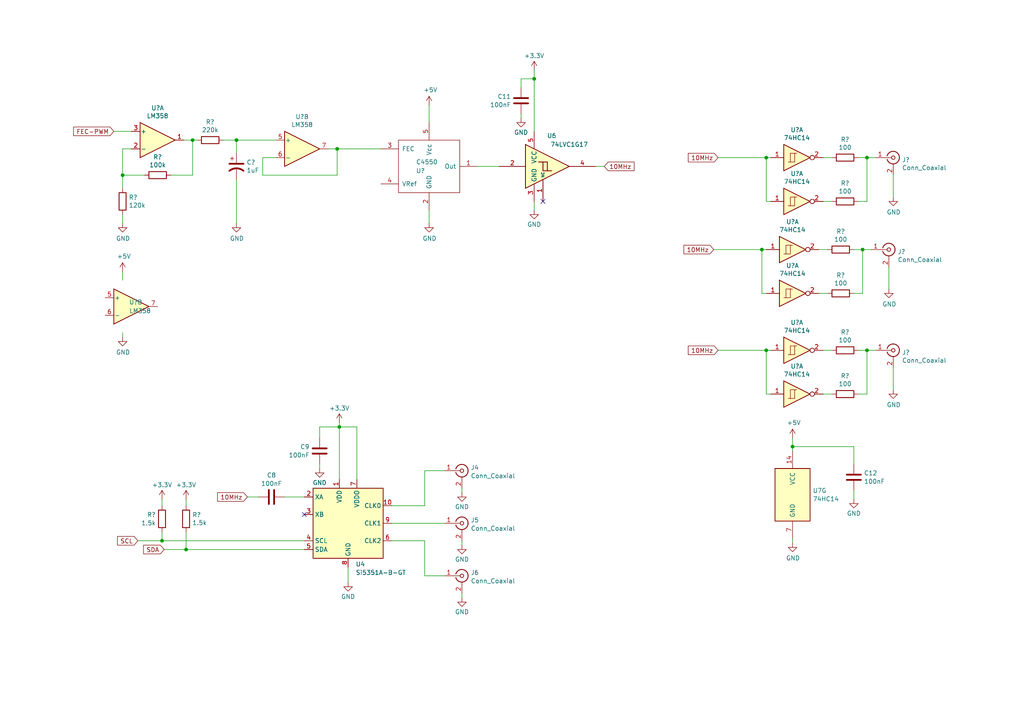
<source format=kicad_sch>
(kicad_sch (version 20230121) (generator eeschema)
  (paper "A4")
  (lib_symbols
    (symbol "74xGxx:74LVC1G17"
      (property "Reference" "U" (at 2.54 7.62 0))
      (property "Value" "74LVC1G17" (at 5.08 -7.62 0))
      (symbol "74LVC1G17_0_1"
        (polyline (pts (xy -2.54 1.27) (xy -1.27 1.27) (xy -1.27 -1.27)) (stroke (width 0.254)) (fill (type background)))
        (polyline (pts (xy -7.62 6.35) (xy -7.62 -6.35) (xy 5.08 0) (xy -7.62 6.35)) (stroke (width 0.254)) (fill (type background)))
        (polyline (pts (xy -3.81 1.27) (xy -2.54 1.27) (xy -2.54 -1.27) (xy 0 -1.27)) (stroke (width 0.254)) (fill (type background)))
      )
      (symbol "74LVC1G17_1_1"
        (pin free line (at -2.54 -10.16 90) (length 6.35) (name "NC") (number "1"))
        (pin input line (at -15.24 0 0) (length 7.62) (name "~") (number "2"))
        (pin power_in line (at -5.08 -10.16 90) (length 5.08) (name "GND") (number "3"))
        (pin output line (at 12.7 0 180) (length 7.62) (name "~") (number "4"))
        (pin power_in line (at -5.08 10.16 270) (length 5.08) (name "VCC") (number "5"))
      )
    )
    (symbol "74xx:74HC14" (pin_names (offset 1.016))
      (property "Reference" "U" (at 0 1.27 0))
      (property "Value" "74HC14" (at 0 -1.27 0))
      (symbol "74HC14_1_0"
        (polyline (pts (xy -3.81 3.81) (xy -3.81 -3.81) (xy 3.81 0) (xy -3.81 3.81)) (stroke (width 0.254)) (fill (type background)))
        (pin input line (at -7.62 0 0) (length 3.81) (name "~") (number "1"))
        (pin output inverted (at 7.62 0 180) (length 3.81) (name "~") (number "2"))
      )
      (symbol "74HC14_1_1"
        (polyline (pts (xy -1.905 -1.27) (xy -1.905 1.27) (xy -0.635 1.27)))
        (polyline (pts (xy -2.54 -1.27) (xy -0.635 -1.27) (xy -0.635 1.27) (xy 0 1.27)))
      )
      (symbol "74HC14_2_0"
        (polyline (pts (xy -3.81 3.81) (xy -3.81 -3.81) (xy 3.81 0) (xy -3.81 3.81)) (stroke (width 0.254)) (fill (type background)))
        (pin input line (at -7.62 0 0) (length 3.81) (name "~") (number "3"))
        (pin output inverted (at 7.62 0 180) (length 3.81) (name "~") (number "4"))
      )
      (symbol "74HC14_2_1"
        (polyline (pts (xy -1.905 -1.27) (xy -1.905 1.27) (xy -0.635 1.27)))
        (polyline (pts (xy -2.54 -1.27) (xy -0.635 -1.27) (xy -0.635 1.27) (xy 0 1.27)))
      )
      (symbol "74HC14_3_0"
        (polyline (pts (xy -3.81 3.81) (xy -3.81 -3.81) (xy 3.81 0) (xy -3.81 3.81)) (stroke (width 0.254)) (fill (type background)))
        (pin input line (at -7.62 0 0) (length 3.81) (name "~") (number "5"))
        (pin output inverted (at 7.62 0 180) (length 3.81) (name "~") (number "6"))
      )
      (symbol "74HC14_3_1"
        (polyline (pts (xy -1.905 -1.27) (xy -1.905 1.27) (xy -0.635 1.27)))
        (polyline (pts (xy -2.54 -1.27) (xy -0.635 -1.27) (xy -0.635 1.27) (xy 0 1.27)))
      )
      (symbol "74HC14_4_0"
        (polyline (pts (xy -3.81 3.81) (xy -3.81 -3.81) (xy 3.81 0) (xy -3.81 3.81)) (stroke (width 0.254)) (fill (type background)))
        (pin output inverted (at 7.62 0 180) (length 3.81) (name "~") (number "8"))
        (pin input line (at -7.62 0 0) (length 3.81) (name "~") (number "9"))
      )
      (symbol "74HC14_4_1"
        (polyline (pts (xy -1.905 -1.27) (xy -1.905 1.27) (xy -0.635 1.27)))
        (polyline (pts (xy -2.54 -1.27) (xy -0.635 -1.27) (xy -0.635 1.27) (xy 0 1.27)))
      )
      (symbol "74HC14_5_0"
        (polyline (pts (xy -3.81 3.81) (xy -3.81 -3.81) (xy 3.81 0) (xy -3.81 3.81)) (stroke (width 0.254)) (fill (type background)))
        (pin output inverted (at 7.62 0 180) (length 3.81) (name "~") (number "10"))
        (pin input line (at -7.62 0 0) (length 3.81) (name "~") (number "11"))
      )
      (symbol "74HC14_5_1"
        (polyline (pts (xy -1.905 -1.27) (xy -1.905 1.27) (xy -0.635 1.27)))
        (polyline (pts (xy -2.54 -1.27) (xy -0.635 -1.27) (xy -0.635 1.27) (xy 0 1.27)))
      )
      (symbol "74HC14_6_0"
        (polyline (pts (xy -3.81 3.81) (xy -3.81 -3.81) (xy 3.81 0) (xy -3.81 3.81)) (stroke (width 0.254)) (fill (type background)))
        (pin output inverted (at 7.62 0 180) (length 3.81) (name "~") (number "12"))
        (pin input line (at -7.62 0 0) (length 3.81) (name "~") (number "13"))
      )
      (symbol "74HC14_6_1"
        (polyline (pts (xy -1.905 -1.27) (xy -1.905 1.27) (xy -0.635 1.27)))
        (polyline (pts (xy -2.54 -1.27) (xy -0.635 -1.27) (xy -0.635 1.27) (xy 0 1.27)))
      )
      (symbol "74HC14_7_0"
        (pin power_in line (at 0 12.7 270) (length 5.08) (name "VCC") (number "14"))
        (pin power_in line (at 0 -12.7 90) (length 5.08) (name "GND") (number "7"))
      )
      (symbol "74HC14_7_1"
        (rectangle (start -5.08 7.62) (end 5.08 -7.62) (stroke (width 0.254)) (fill (type background)))
      )
    )
    (symbol "Amplifier_Operational:LM358" (pin_names (offset 0.127))
      (property "Reference" "U" (at 0 5.08 0))
      (property "Value" "LM358" (at 0 -5.08 0))
      (symbol "LM358_1_1"
        (polyline (pts (xy -5.08 5.08) (xy 5.08 0) (xy -5.08 -5.08) (xy -5.08 5.08)) (stroke (width 0.254)) (fill (type background)))
        (pin output line (at 7.62 0 180) (length 2.54) (name "~") (number "1"))
        (pin input line (at -7.62 -2.54 0) (length 2.54) (name "-") (number "2"))
        (pin input line (at -7.62 2.54 0) (length 2.54) (name "+") (number "3"))
      )
      (symbol "LM358_2_1"
        (polyline (pts (xy -5.08 5.08) (xy 5.08 0) (xy -5.08 -5.08) (xy -5.08 5.08)) (stroke (width 0.254)) (fill (type background)))
        (pin input line (at -7.62 2.54 0) (length 2.54) (name "+") (number "5"))
        (pin input line (at -7.62 -2.54 0) (length 2.54) (name "-") (number "6"))
        (pin output line (at 7.62 0 180) (length 2.54) (name "~") (number "7"))
      )
      (symbol "LM358_3_1"
        (pin power_in line (at -2.54 -7.62 90) (length 3.81) (name "V-") (number "4"))
        (pin power_in line (at -2.54 7.62 270) (length 3.81) (name "V+") (number "8"))
      )
    )
    (symbol "Connector:Conn_Coaxial" (pin_names (offset 1.016) hide)
      (property "Reference" "J" (at 0.254 3.048 0))
      (property "Value" "Conn_Coaxial" (at 2.921 0 90))
      (symbol "Conn_Coaxial_0_1"
        (arc (start -1.778 -0.508) (mid 0.2311 -1.8066) (end 1.778 0) (stroke (width 0.254)))
        (polyline (pts (xy -2.54 0) (xy -0.508 0)))
        (polyline (pts (xy 0 -2.54) (xy 0 -1.778)))
        (circle (center 0 0) (radius 0.508) (stroke (width 0.2032)))
        (arc (start 1.778 0) (mid 0.2099 1.8101) (end -1.778 0.508) (stroke (width 0.254)))
      )
      (symbol "Conn_Coaxial_1_1"
        (pin passive line (at -5.08 0 0) (length 2.54) (name "In") (number "1"))
        (pin passive line (at 0 -5.08 90) (length 2.54) (name "Ext") (number "2"))
      )
    )
    (symbol "Device:C" (pin_numbers hide) (pin_names (offset 0.254))
      (property "Reference" "C" (at 0.635 2.54 0))
      (property "Value" "C" (at 0.635 -2.54 0))
      (symbol "C_0_1"
        (polyline (pts (xy -2.032 -0.762) (xy 2.032 -0.762)) (stroke (width 0.508)))
        (polyline (pts (xy -2.032 0.762) (xy 2.032 0.762)) (stroke (width 0.508)))
      )
      (symbol "C_1_1"
        (pin passive line (at 0 3.81 270) (length 2.794) (name "~") (number "1"))
        (pin passive line (at 0 -3.81 90) (length 2.794) (name "~") (number "2"))
      )
    )
    (symbol "Device:R" (pin_numbers hide) (pin_names (offset 0))
      (property "Reference" "R" (at 2.032 0 90))
      (property "Value" "R" (at 0 0 90))
      (symbol "R_0_1"
        (rectangle (start -1.016 -2.54) (end 1.016 2.54) (stroke (width 0.254)))
      )
      (symbol "R_1_1"
        (pin passive line (at 0 3.81 270) (length 1.27) (name "~") (number "1"))
        (pin passive line (at 0 -3.81 90) (length 1.27) (name "~") (number "2"))
      )
    )
    (symbol "Oscillator:Si5351A-B-GT"
      (property "Reference" "U" (at -8.89 11.43 0))
      (property "Value" "Si5351A-B-GT" (at -12.7 -12.7 0))
      (symbol "Si5351A-B-GT_0_1"
        (rectangle (start -10.16 10.16) (end 10.16 -10.16) (stroke (width 0.254)) (fill (type background)))
      )
      (symbol "Si5351A-B-GT_1_1"
        (pin power_in line (at -2.54 12.7 270) (length 2.54) (name "VDD") (number "1"))
        (pin output line (at 12.7 5.08 180) (length 2.54) (name "CLK0") (number "10"))
        (pin input line (at -12.7 7.62 0) (length 2.54) (name "XA") (number "2"))
        (pin input line (at -12.7 2.54 0) (length 2.54) (name "XB") (number "3"))
        (pin input line (at -12.7 -5.08 0) (length 2.54) (name "SCL") (number "4"))
        (pin bidirectional line (at -12.7 -7.62 0) (length 2.54) (name "SDA") (number "5"))
        (pin output line (at 12.7 -5.08 180) (length 2.54) (name "CLK2") (number "6"))
        (pin power_in line (at 2.54 12.7 270) (length 2.54) (name "VDDO") (number "7"))
        (pin power_in line (at 0 -12.7 90) (length 2.54) (name "GND") (number "8"))
        (pin output line (at 12.7 0 180) (length 2.54) (name "CLK1") (number "9"))
      )
    )
    (symbol "c4550:C4550" (pin_names (offset 1.016))
      (property "Reference" "U" (at 0 -1.27 0))
      (property "Value" "C4550" (at 0 1.27 0))
      (symbol "C4550_0_1"
        (rectangle (start 8.89 7.62) (end -8.89 -7.62))
      )
      (symbol "C4550_1_1"
        (pin output line (at 13.97 0 180) (length 5.08) (name "Out") (number "1"))
        (pin power_in line (at 0 -12.7 90) (length 5.08) (name "GND") (number "2"))
        (pin input line (at -13.97 5.08 0) (length 5.08) (name "FEC") (number "3"))
        (pin output line (at -13.97 -5.08 0) (length 5.08) (name "VRef") (number "4"))
        (pin power_in line (at 0 12.7 270) (length 5.08) (name "Vcc") (number "5"))
      )
    )
    (symbol "cheapsdo-rescue:CP1-Device" (pin_numbers hide) (pin_names (offset 0.254) hide)
      (property "Reference" "C" (at 0.635 2.54 0))
      (property "Value" "Device_CP1" (at 0.635 -2.54 0))
      (symbol "CP1-Device_0_1"
        (polyline (pts (xy -2.032 0.762) (xy 2.032 0.762)) (stroke (width 0.508)))
        (polyline (pts (xy -1.778 2.286) (xy -0.762 2.286)))
        (polyline (pts (xy -1.27 1.778) (xy -1.27 2.794)))
        (arc (start 2.032 -1.27) (mid 0 -0.5572) (end -2.032 -1.27) (stroke (width 0.508)))
      )
      (symbol "CP1-Device_1_1"
        (pin passive line (at 0 3.81 270) (length 2.794) (name "~") (number "1"))
        (pin passive line (at 0 -3.81 90) (length 3.302) (name "~") (number "2"))
      )
    )
    (symbol "power:+3.3V" (power) (pin_names (offset 0))
      (property "Value" "+3.3V" (at 0 3.556 0))
      (symbol "+3.3V_0_1"
        (polyline (pts (xy -0.762 1.27) (xy 0 2.54)))
        (polyline (pts (xy 0 0) (xy 0 2.54)))
        (polyline (pts (xy 0 2.54) (xy 0.762 1.27)))
      )
      (symbol "+3.3V_1_1"
        (pin power_in line (at 0 0 90) (length 0) hide (name "+3.3V") (number "1"))
      )
    )
    (symbol "power:+5V" (power) (pin_names (offset 0))
      (property "Value" "+5V" (at 0 3.556 0))
      (symbol "+5V_0_1"
        (polyline (pts (xy -0.762 1.27) (xy 0 2.54)))
        (polyline (pts (xy 0 0) (xy 0 2.54)))
        (polyline (pts (xy 0 2.54) (xy 0.762 1.27)))
      )
      (symbol "+5V_1_1"
        (pin power_in line (at 0 0 90) (length 0) hide (name "+5V") (number "1"))
      )
    )
    (symbol "power:GND" (power) (pin_names (offset 0))
      (property "Value" "GND" (at 0 -3.81 0))
      (symbol "GND_0_1"
        (polyline (pts (xy 0 0) (xy 0 -1.27) (xy 1.27 -1.27) (xy 0 -2.54) (xy -1.27 -1.27) (xy 0 -1.27)))
      )
      (symbol "GND_1_1"
        (pin power_in line (at 0 0 270) (length 0) hide (name "GND") (number "1"))
      )
    )
  )
  (junction (at 251.46 45.72))
  (junction (at 154.94 22.86))
  (junction (at 251.46 101.6))
  (junction (at 222.25 101.6))
  (junction (at 55.88 40.64))
  (junction (at 250.19 72.39))
  (junction (at 229.87 129.54))
  (junction (at 35.56 50.8))
  (junction (at 46.99 156.845))
  (junction (at 222.25 45.72))
  (junction (at 220.98 72.39))
  (junction (at 68.58 40.64))
  (junction (at 97.79 43.18))
  (junction (at 98.425 123.825))
  (junction (at 53.975 159.385))
  (no_connect (at 88.265 149.225))
  (no_connect (at 157.48 58.42))
  (wire (pts (xy 238.76 101.6) (xy 241.3 101.6)))
  (wire (pts (xy 113.665 146.685) (xy 123.19 146.685)))
  (wire (pts (xy 46.99 156.845) (xy 46.99 154.305)))
  (wire (pts (xy 133.985 156.845) (xy 133.985 158.115)))
  (wire (pts (xy 38.1 43.18) (xy 35.56 43.18)))
  (wire (pts (xy 97.79 43.18) (xy 95.25 43.18)))
  (wire (pts (xy 55.88 40.64) (xy 53.34 40.64)))
  (wire (pts (xy 80.01 45.72) (xy 76.2 45.72)))
  (wire (pts (xy 222.25 58.42) (xy 223.52 58.42)))
  (wire (pts (xy 35.56 62.23) (xy 35.56 64.77)))
  (wire (pts (xy 103.505 139.065) (xy 103.505 123.825)))
  (wire (pts (xy 53.975 159.385) (xy 53.975 154.305)))
  (wire (pts (xy 220.98 72.39) (xy 220.98 85.09)))
  (wire (pts (xy 151.13 25.4) (xy 151.13 22.86)))
  (wire (pts (xy 49.53 50.8) (xy 55.88 50.8)))
  (wire (pts (xy 98.425 122.555) (xy 98.425 123.825)))
  (wire (pts (xy 229.87 129.54) (xy 229.87 130.81)))
  (wire (pts (xy 53.975 159.385) (xy 88.265 159.385)))
  (wire (pts (xy 33.02 38.1) (xy 38.1 38.1)))
  (wire (pts (xy 208.28 101.6) (xy 222.25 101.6)))
  (wire (pts (xy 35.56 96.52) (xy 35.56 97.79)))
  (wire (pts (xy 103.505 123.825) (xy 98.425 123.825)))
  (wire (pts (xy 238.76 114.3) (xy 241.3 114.3)))
  (wire (pts (xy 237.49 85.09) (xy 240.03 85.09)))
  (wire (pts (xy 113.665 151.765) (xy 128.905 151.765)))
  (wire (pts (xy 220.98 72.39) (xy 222.25 72.39)))
  (wire (pts (xy 229.87 129.54) (xy 247.65 129.54)))
  (wire (pts (xy 133.985 141.605) (xy 133.985 142.875)))
  (wire (pts (xy 222.25 101.6) (xy 222.25 114.3)))
  (wire (pts (xy 100.965 164.465) (xy 100.965 168.91)))
  (wire (pts (xy 128.905 167.005) (xy 123.19 167.005)))
  (wire (pts (xy 208.28 45.72) (xy 222.25 45.72)))
  (wire (pts (xy 154.94 58.42) (xy 154.94 60.96)))
  (wire (pts (xy 53.975 144.78) (xy 53.975 146.685)))
  (wire (pts (xy 222.25 45.72) (xy 222.25 58.42)))
  (wire (pts (xy 98.425 123.825) (xy 98.425 139.065)))
  (wire (pts (xy 154.94 22.86) (xy 154.94 38.1)))
  (wire (pts (xy 138.43 48.26) (xy 144.78 48.26)))
  (wire (pts (xy 46.99 156.845) (xy 88.265 156.845)))
  (wire (pts (xy 251.46 45.72) (xy 254 45.72)))
  (wire (pts (xy 229.87 127) (xy 229.87 129.54)))
  (wire (pts (xy 257.81 77.47) (xy 257.81 83.82)))
  (wire (pts (xy 68.58 64.77) (xy 68.58 52.07)))
  (wire (pts (xy 123.19 146.685) (xy 123.19 136.525)))
  (wire (pts (xy 76.2 50.8) (xy 97.79 50.8)))
  (wire (pts (xy 55.88 50.8) (xy 55.88 40.64)))
  (wire (pts (xy 207.01 72.39) (xy 220.98 72.39)))
  (wire (pts (xy 259.08 50.8) (xy 259.08 57.15)))
  (wire (pts (xy 35.56 43.18) (xy 35.56 50.8)))
  (wire (pts (xy 251.46 45.72) (xy 251.46 58.42)))
  (wire (pts (xy 92.71 123.825) (xy 92.71 127)))
  (wire (pts (xy 124.46 35.56) (xy 124.46 30.48)))
  (wire (pts (xy 250.19 72.39) (xy 250.19 85.09)))
  (wire (pts (xy 123.19 156.845) (xy 113.665 156.845)))
  (wire (pts (xy 35.56 54.61) (xy 35.56 50.8)))
  (wire (pts (xy 250.19 72.39) (xy 252.73 72.39)))
  (wire (pts (xy 68.58 40.64) (xy 68.58 44.45)))
  (wire (pts (xy 247.65 72.39) (xy 250.19 72.39)))
  (wire (pts (xy 47.625 159.385) (xy 53.975 159.385)))
  (wire (pts (xy 222.25 114.3) (xy 223.52 114.3)))
  (wire (pts (xy 248.92 45.72) (xy 251.46 45.72)))
  (wire (pts (xy 35.56 50.8) (xy 41.91 50.8)))
  (wire (pts (xy 35.56 78.74) (xy 35.56 81.28)))
  (wire (pts (xy 154.94 20.32) (xy 154.94 22.86)))
  (wire (pts (xy 55.88 40.64) (xy 57.15 40.64)))
  (wire (pts (xy 123.19 167.005) (xy 123.19 156.845)))
  (wire (pts (xy 238.76 45.72) (xy 241.3 45.72)))
  (wire (pts (xy 251.46 101.6) (xy 251.46 114.3)))
  (wire (pts (xy 71.755 144.145) (xy 74.93 144.145)))
  (wire (pts (xy 251.46 101.6) (xy 254 101.6)))
  (wire (pts (xy 133.985 172.085) (xy 133.985 173.355)))
  (wire (pts (xy 98.425 123.825) (xy 92.71 123.825)))
  (wire (pts (xy 247.65 129.54) (xy 247.65 134.62)))
  (wire (pts (xy 97.79 43.18) (xy 110.49 43.18)))
  (wire (pts (xy 259.08 106.68) (xy 259.08 113.03)))
  (wire (pts (xy 68.58 40.64) (xy 80.01 40.64)))
  (wire (pts (xy 124.46 60.96) (xy 124.46 64.77)))
  (wire (pts (xy 97.79 50.8) (xy 97.79 43.18)))
  (wire (pts (xy 251.46 58.42) (xy 248.92 58.42)))
  (wire (pts (xy 172.72 48.26) (xy 175.26 48.26)))
  (wire (pts (xy 151.13 33.02) (xy 151.13 34.29)))
  (wire (pts (xy 248.92 101.6) (xy 251.46 101.6)))
  (wire (pts (xy 238.76 58.42) (xy 241.3 58.42)))
  (wire (pts (xy 229.87 156.21) (xy 229.87 157.48)))
  (wire (pts (xy 64.77 40.64) (xy 68.58 40.64)))
  (wire (pts (xy 247.65 142.24) (xy 247.65 144.78)))
  (wire (pts (xy 251.46 114.3) (xy 248.92 114.3)))
  (wire (pts (xy 82.55 144.145) (xy 88.265 144.145)))
  (wire (pts (xy 220.98 85.09) (xy 222.25 85.09)))
  (wire (pts (xy 250.19 85.09) (xy 247.65 85.09)))
  (wire (pts (xy 40.005 156.845) (xy 46.99 156.845)))
  (wire (pts (xy 222.25 101.6) (xy 223.52 101.6)))
  (wire (pts (xy 151.13 22.86) (xy 154.94 22.86)))
  (wire (pts (xy 76.2 45.72) (xy 76.2 50.8)))
  (wire (pts (xy 222.25 45.72) (xy 223.52 45.72)))
  (wire (pts (xy 237.49 72.39) (xy 240.03 72.39)))
  (wire (pts (xy 92.71 134.62) (xy 92.71 135.89)))
  (wire (pts (xy 46.99 144.78) (xy 46.99 146.685)))
  (wire (pts (xy 123.19 136.525) (xy 128.905 136.525)))
  (global_label "10MHz" (shape input) (at 208.28 45.72 180) (property "Intersheetrefs" "${INTERSHEET_REFS}" (effects hide)))
  (global_label "10MHz" (shape input) (at 71.755 144.145 180) (property "Intersheetrefs" "${INTERSHEET_REFS}" (effects hide)))
  (global_label "10MHz" (shape input) (at 207.01 72.39 180) (property "Intersheetrefs" "${INTERSHEET_REFS}" (effects hide)))
  (global_label "SCL" (shape input) (at 40.005 156.845 180) (property "Intersheetrefs" "${INTERSHEET_REFS}" (effects hide)))
  (global_label "10MHz" (shape input) (at 175.26 48.26 0) (property "Intersheetrefs" "${INTERSHEET_REFS}" (effects hide)))
  (global_label "FEC-PWM" (shape input) (at 33.02 38.1 180) (property "Intersheetrefs" "${INTERSHEET_REFS}" (effects hide)))
  (global_label "SDA" (shape input) (at 47.625 159.385 180) (property "Intersheetrefs" "${INTERSHEET_REFS}" (effects hide)))
  (global_label "10MHz" (shape input) (at 208.28 101.6 180) (property "Intersheetrefs" "${INTERSHEET_REFS}" (effects hide)))
  (symbol (lib_id "power:GND") (at 100.965 168.91 0) (unit 1)
    (property "Reference" "#PWR035" (effects hide))
    (property "Value" "GND" (at 100.965 173.0431 0))
  )
  (symbol (lib_id "Connector:Conn_Coaxial") (at 257.81 72.39 0) (unit 1)
    (property "Reference" "J?" (at 260.35 73.025 0) (effects (justify left)))
    (property "Value" "Conn_Coaxial" (at 260.35 75.3364 0) (effects (justify left)))
    (property "Footprint" "Connector_Coaxial:SMA_Samtec_SMA-J-P-X-ST-EM1_EdgeMount" (effects hide))
    (property "Datasheet" " ~" (effects hide))
    (instances (project "cheapsdo" (path "" (reference "J?") (unit 1)) (path "" (reference "J7") (unit 1))))
  )
  (symbol (lib_id "Device:C") (at 92.71 130.81 180) (unit 1)
    (property "Reference" "C9" (at 89.7891 129.5979 0) (effects (justify left)))
    (property "Value" "100nF" (at 89.7891 132.0221 0) (effects (justify left)))
    (property "Footprint" "Capacitor_SMD:C_0603_1608Metric_Pad1.08x0.95mm_HandSolder" (effects hide))
  )
  (symbol (lib_id "Connector:Conn_Coaxial") (at 259.08 101.6 0) (unit 1)
    (property "Reference" "J?" (at 261.62 102.235 0) (effects (justify left)))
    (property "Value" "Conn_Coaxial" (at 261.62 104.5464 0) (effects (justify left)))
    (property "Footprint" "Connector_Coaxial:SMA_Samtec_SMA-J-P-X-ST-EM1_EdgeMount" (effects hide))
    (property "Datasheet" " ~" (effects hide))
    (instances (project "cheapsdo" (path "" (reference "J?") (unit 1)) (path "" (reference "J9") (unit 1))))
  )
  (symbol (lib_id "Device:R") (at 45.72 50.8 270) (unit 1)
    (property "Reference" "R?" (at 45.72 45.5422 90))
    (property "Value" "100k" (at 45.72 47.8536 90))
    (property "Footprint" "Resistor_SMD:R_0603_1608Metric_Pad0.98x0.95mm_HandSolder" (effects hide))
    (instances (project "cheapsdo" (path "" (reference "R?") (unit 1)) (path "" (reference "R12") (unit 1))))
  )
  (symbol (lib_id "cheapsdo-rescue:CP1-Device") (at 68.58 48.26 0) (unit 1)
    (property "Reference" "C?" (at 71.501 47.0916 0) (effects (justify left)))
    (property "Value" "1uF" (at 71.501 49.403 0) (effects (justify left)))
    (property "Footprint" "Capacitor_SMD:C_0805_2012Metric_Pad1.18x1.45mm_HandSolder" (effects hide))
    (instances (project "cheapsdo" (path "" (reference "C?") (unit 1)) (path "" (reference "C10") (unit 1))))
  )
  (symbol (lib_id "74xx:74HC14") (at 231.14 58.42 0) (unit 1)
    (property "Reference" "U?" (at 231.14 50.3682 0))
    (property "Value" "74HC14" (at 231.14 52.6796 0))
    (property "Footprint" "Package_SO:SO-14_3.9x8.65mm_P1.27mm" (effects hide))
    (property "Datasheet" "http://www.ti.com/lit/gpn/sn74HC14" (effects hide))
    (instances (project "cheapsdo" (path "" (reference "U?") (unit 1)) (path "" (reference "U7") (unit 2))))
  )
  (symbol (lib_id "power:GND") (at 229.87 157.48 0) (unit 1)
    (property "Reference" "#PWR?" (effects hide))
    (property "Value" "GND" (at 229.997 161.8742 0))
    (instances (project "cheapsdo" (path "" (reference "#PWR?") (unit 1)) (path "" (reference "#PWR045") (unit 1))))
  )
  (symbol (lib_id "power:GND") (at 259.08 57.15 0) (unit 1)
    (property "Reference" "#PWR?" (effects hide))
    (property "Value" "GND" (at 259.207 61.5442 0))
    (instances (project "cheapsdo" (path "" (reference "#PWR?") (unit 1)) (path "" (reference "#PWR048") (unit 1))))
  )
  (symbol (lib_id "74xx:74HC14") (at 231.14 114.3 0) (unit 1)
    (property "Reference" "U?" (at 231.14 106.2482 0))
    (property "Value" "74HC14" (at 231.14 108.5596 0))
    (property "Footprint" "Package_SO:SO-14_3.9x8.65mm_P1.27mm" (effects hide))
    (property "Datasheet" "http://www.ti.com/lit/gpn/sn74HC14" (effects hide))
    (instances (project "cheapsdo" (path "" (reference "U?") (unit 1)) (path "" (reference "U7") (unit 6))))
  )
  (symbol (lib_id "Device:R") (at 245.11 45.72 270) (unit 1)
    (property "Reference" "R?" (at 245.11 40.4622 90))
    (property "Value" "100" (at 245.11 42.7736 90))
    (property "Footprint" "Resistor_SMD:R_0603_1608Metric_Pad0.98x0.95mm_HandSolder" (effects hide))
    (instances (project "cheapsdo" (path "" (reference "R?") (unit 1)) (path "" (reference "R16") (unit 1))))
  )
  (symbol (lib_id "Connector:Conn_Coaxial") (at 259.08 45.72 0) (unit 1)
    (property "Reference" "J?" (at 261.62 46.355 0) (effects (justify left)))
    (property "Value" "Conn_Coaxial" (at 261.62 48.6664 0) (effects (justify left)))
    (property "Footprint" "Connector_Coaxial:SMA_Samtec_SMA-J-P-X-ST-EM1_EdgeMount" (effects hide))
    (property "Datasheet" " ~" (effects hide))
    (instances (project "cheapsdo" (path "" (reference "J?") (unit 1)) (path "" (reference "J8") (unit 1))))
  )
  (symbol (lib_id "power:GND") (at 154.94 60.96 0) (unit 1)
    (property "Reference" "#PWR043" (effects hide))
    (property "Value" "GND" (at 154.94 65.0931 0))
  )
  (symbol (lib_id "power:+3.3V") (at 46.99 144.78 0) (unit 1)
    (property "Reference" "#PWR056" (effects hide))
    (property "Value" "+3.3V" (at 46.99 140.6469 0))
  )
  (symbol (lib_id "Connector:Conn_Coaxial") (at 133.985 151.765 0) (unit 1)
    (property "Reference" "J5" (at 136.5251 150.8461 0) (effects (justify left)))
    (property "Value" "Conn_Coaxial" (at 136.5251 153.2703 0) (effects (justify left)))
    (property "Footprint" "Connector_Coaxial:U.FL_Molex_MCRF_73412-0110_Vertical" (effects hide))
    (property "Datasheet" " ~" (effects hide))
  )
  (symbol (lib_id "74xGxx:74LVC1G17") (at 160.02 48.26 0) (unit 1)
    (property "Reference" "U6" (at 160.02 39.37 0))
    (property "Value" "74LVC1G17" (at 165.1 41.91 0))
    (property "Footprint" "Package_TO_SOT_SMD:SOT-23-5_HandSoldering" (effects hide))
    (property "Datasheet" "https://www.ti.com/lit/ds/symlink/sn74lvc1g17.pdf" (effects hide))
    (instances (project "cheapsdo" (path "" (reference "U6") (unit 1))) (project "ublox-lea-6h-breakout" (path "" (reference "U2") (unit 1))))
  )
  (symbol (lib_id "Device:R") (at 53.975 150.495 0) (unit 1)
    (property "Reference" "R?" (at 55.753 149.3266 0) (effects (justify left)))
    (property "Value" "1.5k" (at 55.753 151.638 0) (effects (justify left)))
    (property "Footprint" "Resistor_SMD:R_0603_1608Metric_Pad0.98x0.95mm_HandSolder" (effects hide))
    (instances (project "cheapsdo" (path "" (reference "R?") (unit 1)) (path "" (reference "R6") (unit 1))))
  )
  (symbol (lib_id "74xx:74HC14") (at 231.14 45.72 0) (unit 1)
    (property "Reference" "U?" (at 231.14 37.6682 0))
    (property "Value" "74HC14" (at 231.14 39.9796 0))
    (property "Footprint" "Package_SO:SO-14_3.9x8.65mm_P1.27mm" (effects hide))
    (property "Datasheet" "http://www.ti.com/lit/gpn/sn74HC14" (effects hide))
    (instances (project "cheapsdo" (path "" (reference "U?") (unit 1)) (path "" (reference "U7") (unit 1))))
  )
  (symbol (lib_id "Device:C") (at 247.65 138.43 0) (unit 1)
    (property "Reference" "C12" (at 250.571 137.2179 0) (effects (justify left)))
    (property "Value" "100nF" (at 250.571 139.6421 0) (effects (justify left)))
    (property "Footprint" "Capacitor_SMD:C_0603_1608Metric_Pad1.08x0.95mm_HandSolder" (effects hide))
  )
  (symbol (lib_id "Connector:Conn_Coaxial") (at 133.985 167.005 0) (unit 1)
    (property "Reference" "J6" (at 136.5251 166.0861 0) (effects (justify left)))
    (property "Value" "Conn_Coaxial" (at 136.5251 168.5103 0) (effects (justify left)))
    (property "Footprint" "Connector_Coaxial:U.FL_Molex_MCRF_73412-0110_Vertical" (effects hide))
    (property "Datasheet" " ~" (effects hide))
  )
  (symbol (lib_id "74xx:74HC14") (at 229.87 143.51 0) (unit 7)
    (property "Reference" "U7" (at 235.712 142.2979 0) (effects (justify left)))
    (property "Value" "74HC14" (at 235.712 144.7221 0) (effects (justify left)))
    (property "Footprint" "Package_SO:SO-14_3.9x8.65mm_P1.27mm" (effects hide))
    (property "Datasheet" "http://www.ti.com/lit/gpn/sn74HC14" (effects hide))
  )
  (symbol (lib_id "Amplifier_Operational:LM358") (at 45.72 40.64 0) (unit 1)
    (property "Reference" "U?" (at 45.72 31.3182 0))
    (property "Value" "LM358" (at 45.72 33.6296 0))
    (property "Footprint" "Package_SO:SOIC-8_3.9x4.9mm_P1.27mm" (effects hide))
    (property "Datasheet" "http://www.ti.com/lit/ds/symlink/lm2904-n.pdf" (effects hide))
    (instances (project "cheapsdo" (path "" (reference "U?") (unit 1)) (path "" (reference "U3") (unit 1))))
  )
  (symbol (lib_id "power:GND") (at 133.985 158.115 0) (unit 1)
    (property "Reference" "#PWR037" (effects hide))
    (property "Value" "GND" (at 133.985 162.2481 0))
  )
  (symbol (lib_id "power:+3.3V") (at 98.425 122.555 0) (unit 1)
    (property "Reference" "#PWR034" (effects hide))
    (property "Value" "+3.3V" (at 98.425 118.4219 0))
  )
  (symbol (lib_id "power:GND") (at 35.56 97.79 0) (unit 1)
    (property "Reference" "#PWR?" (effects hide))
    (property "Value" "GND" (at 35.687 102.1842 0))
    (instances (project "cheapsdo" (path "" (reference "#PWR?") (unit 1)) (path "" (reference "#PWR031") (unit 1))))
  )
  (symbol (lib_id "power:GND") (at 247.65 144.78 0) (unit 1)
    (property "Reference" "#PWR046" (effects hide))
    (property "Value" "GND" (at 247.65 148.9131 0))
  )
  (symbol (lib_id "power:GND") (at 257.81 83.82 0) (unit 1)
    (property "Reference" "#PWR?" (effects hide))
    (property "Value" "GND" (at 257.937 88.2142 0))
    (instances (project "cheapsdo" (path "" (reference "#PWR?") (unit 1)) (path "" (reference "#PWR047") (unit 1))))
  )
  (symbol (lib_id "74xx:74HC14") (at 229.87 72.39 0) (unit 1)
    (property "Reference" "U?" (at 229.87 64.3382 0))
    (property "Value" "74HC14" (at 229.87 66.6496 0))
    (property "Footprint" "Package_SO:SO-14_3.9x8.65mm_P1.27mm" (effects hide))
    (property "Datasheet" "http://www.ti.com/lit/gpn/sn74HC14" (effects hide))
    (instances (project "cheapsdo" (path "" (reference "U?") (unit 1)) (path "" (reference "U7") (unit 3))))
  )
  (symbol (lib_id "Device:R") (at 243.84 85.09 270) (unit 1)
    (property "Reference" "R?" (at 243.84 79.8322 90))
    (property "Value" "100" (at 243.84 82.1436 90))
    (property "Footprint" "Resistor_SMD:R_0603_1608Metric_Pad0.98x0.95mm_HandSolder" (effects hide))
    (instances (project "cheapsdo" (path "" (reference "R?") (unit 1)) (path "" (reference "R15") (unit 1))))
  )
  (symbol (lib_id "Device:R") (at 245.11 101.6 270) (unit 1)
    (property "Reference" "R?" (at 245.11 96.3422 90))
    (property "Value" "100" (at 245.11 98.6536 90))
    (property "Footprint" "Resistor_SMD:R_0603_1608Metric_Pad0.98x0.95mm_HandSolder" (effects hide))
    (instances (project "cheapsdo" (path "" (reference "R?") (unit 1)) (path "" (reference "R18") (unit 1))))
  )
  (symbol (lib_id "power:+5V") (at 35.56 78.74 0) (unit 1)
    (property "Reference" "#PWR?" (effects hide))
    (property "Value" "+5V" (at 35.941 74.3458 0))
    (instances (project "cheapsdo" (path "" (reference "#PWR?") (unit 1)) (path "" (reference "#PWR030") (unit 1))))
  )
  (symbol (lib_id "power:GND") (at 35.56 64.77 0) (unit 1)
    (property "Reference" "#PWR?" (effects hide))
    (property "Value" "GND" (at 35.687 69.1642 0))
    (instances (project "cheapsdo" (path "" (reference "#PWR?") (unit 1)) (path "" (reference "#PWR029") (unit 1))))
  )
  (symbol (lib_id "Device:R") (at 245.11 114.3 270) (unit 1)
    (property "Reference" "R?" (at 245.11 109.0422 90))
    (property "Value" "100" (at 245.11 111.3536 90))
    (property "Footprint" "Resistor_SMD:R_0603_1608Metric_Pad0.98x0.95mm_HandSolder" (effects hide))
    (instances (project "cheapsdo" (path "" (reference "R?") (unit 1)) (path "" (reference "R19") (unit 1))))
  )
  (symbol (lib_id "power:GND") (at 68.58 64.77 0) (unit 1)
    (property "Reference" "#PWR?" (effects hide))
    (property "Value" "GND" (at 68.707 69.1642 0))
    (instances (project "cheapsdo" (path "" (reference "#PWR?") (unit 1)) (path "" (reference "#PWR033") (unit 1))))
  )
  (symbol (lib_id "Device:R") (at 245.11 58.42 270) (unit 1)
    (property "Reference" "R?" (at 245.11 53.1622 90))
    (property "Value" "100" (at 245.11 55.4736 90))
    (property "Footprint" "Resistor_SMD:R_0603_1608Metric_Pad0.98x0.95mm_HandSolder" (effects hide))
    (instances (project "cheapsdo" (path "" (reference "R?") (unit 1)) (path "" (reference "R17") (unit 1))))
  )
  (symbol (lib_id "power:+5V") (at 124.46 30.48 0) (unit 1)
    (property "Reference" "#PWR?" (effects hide))
    (property "Value" "+5V" (at 124.841 26.0858 0))
    (instances (project "cheapsdo" (path "" (reference "#PWR?") (unit 1)) (path "" (reference "#PWR039") (unit 1))))
  )
  (symbol (lib_id "Device:C") (at 78.74 144.145 270) (unit 1)
    (property "Reference" "C8" (at 78.74 137.8417 90))
    (property "Value" "100nF" (at 78.74 140.2659 90))
    (property "Footprint" "Capacitor_SMD:C_0603_1608Metric_Pad1.08x0.95mm_HandSolder" (effects hide))
  )
  (symbol (lib_id "74xx:74HC14") (at 231.14 101.6 0) (unit 1)
    (property "Reference" "U?" (at 231.14 93.5482 0))
    (property "Value" "74HC14" (at 231.14 95.8596 0))
    (property "Footprint" "Package_SO:SO-14_3.9x8.65mm_P1.27mm" (effects hide))
    (property "Datasheet" "http://www.ti.com/lit/gpn/sn74HC14" (effects hide))
    (instances (project "cheapsdo" (path "" (reference "U?") (unit 1)) (path "" (reference "U7") (unit 5))))
  )
  (symbol (lib_id "74xx:74HC14") (at 229.87 85.09 0) (unit 1)
    (property "Reference" "U?" (at 229.87 77.0382 0))
    (property "Value" "74HC14" (at 229.87 79.3496 0))
    (property "Footprint" "Package_SO:SO-14_3.9x8.65mm_P1.27mm" (effects hide))
    (property "Datasheet" "http://www.ti.com/lit/gpn/sn74HC14" (effects hide))
    (instances (project "cheapsdo" (path "" (reference "U?") (unit 1)) (path "" (reference "U7") (unit 4))))
  )
  (symbol (lib_id "Device:R") (at 243.84 72.39 270) (unit 1)
    (property "Reference" "R?" (at 243.84 67.1322 90))
    (property "Value" "100" (at 243.84 69.4436 90))
    (property "Footprint" "Resistor_SMD:R_0603_1608Metric_Pad0.98x0.95mm_HandSolder" (effects hide))
    (instances (project "cheapsdo" (path "" (reference "R?") (unit 1)) (path "" (reference "R14") (unit 1))))
  )
  (symbol (lib_id "Device:C") (at 151.13 29.21 180) (unit 1)
    (property "Reference" "C11" (at 148.2091 27.9979 0) (effects (justify left)))
    (property "Value" "100nF" (at 148.2091 30.4221 0) (effects (justify left)))
    (property "Footprint" "Capacitor_SMD:C_0603_1608Metric_Pad1.08x0.95mm_HandSolder" (effects hide))
  )
  (symbol (lib_id "Amplifier_Operational:LM358") (at 87.63 43.18 0) (unit 2)
    (property "Reference" "U?" (at 87.63 33.8582 0))
    (property "Value" "LM358" (at 87.63 36.1696 0))
    (property "Footprint" "Package_SO:SOIC-8_3.9x4.9mm_P1.27mm" (effects hide))
    (property "Datasheet" "http://www.ti.com/lit/ds/symlink/lm2904-n.pdf" (effects hide))
    (instances (project "cheapsdo" (path "" (reference "U?") (unit 2)) (path "" (reference "U3") (unit 2))))
  )
  (symbol (lib_id "power:+5V") (at 229.87 127 0) (unit 1)
    (property "Reference" "#PWR?" (effects hide))
    (property "Value" "+5V" (at 230.251 122.6058 0))
    (instances (project "cheapsdo" (path "" (reference "#PWR?") (unit 1)) (path "" (reference "#PWR044") (unit 1))))
  )
  (symbol (lib_id "power:GND") (at 151.13 34.29 0) (unit 1)
    (property "Reference" "#PWR041" (effects hide))
    (property "Value" "GND" (at 151.13 38.4231 0))
  )
  (symbol (lib_id "power:GND") (at 133.985 142.875 0) (unit 1)
    (property "Reference" "#PWR036" (effects hide))
    (property "Value" "GND" (at 133.985 147.0081 0))
  )
  (symbol (lib_id "power:GND") (at 259.08 113.03 0) (unit 1)
    (property "Reference" "#PWR?" (effects hide))
    (property "Value" "GND" (at 259.207 117.4242 0))
    (instances (project "cheapsdo" (path "" (reference "#PWR?") (unit 1)) (path "" (reference "#PWR049") (unit 1))))
  )
  (symbol (lib_id "power:+3.3V") (at 154.94 20.32 0) (unit 1)
    (property "Reference" "#PWR042" (effects hide))
    (property "Value" "+3.3V" (at 154.94 16.1869 0))
  )
  (symbol (lib_id "power:+3.3V") (at 53.975 144.78 0) (unit 1)
    (property "Reference" "#PWR059" (effects hide))
    (property "Value" "+3.3V" (at 53.975 140.6469 0))
  )
  (symbol (lib_id "Oscillator:Si5351A-B-GT") (at 100.965 151.765 0) (unit 1)
    (property "Reference" "U4" (at 103.1591 163.6451 0) (effects (justify left)))
    (property "Value" "Si5351A-B-GT" (at 103.1591 166.0693 0) (effects (justify left)))
    (property "Footprint" "Package_SO:MSOP-10_3x3mm_P0.5mm" (effects hide))
    (property "Datasheet" "https://www.silabs.com/documents/public/data-sheets/Si5351-B.pdf" (effects hide))
  )
  (symbol (lib_id "Connector:Conn_Coaxial") (at 133.985 136.525 0) (unit 1)
    (property "Reference" "J4" (at 136.5251 135.6061 0) (effects (justify left)))
    (property "Value" "Conn_Coaxial" (at 136.5251 138.0303 0) (effects (justify left)))
    (property "Footprint" "Connector_Coaxial:U.FL_Molex_MCRF_73412-0110_Vertical" (effects hide))
    (property "Datasheet" " ~" (effects hide))
  )
  (symbol (lib_id "Device:R") (at 60.96 40.64 270) (unit 1)
    (property "Reference" "R?" (at 60.96 35.3822 90))
    (property "Value" "220k" (at 60.96 37.6936 90))
    (property "Footprint" "Resistor_SMD:R_0603_1608Metric_Pad0.98x0.95mm_HandSolder" (effects hide))
    (instances (project "cheapsdo" (path "" (reference "R?") (unit 1)) (path "" (reference "R13") (unit 1))))
  )
  (symbol (lib_id "Device:R") (at 35.56 58.42 0) (unit 1)
    (property "Reference" "R?" (at 37.338 57.2516 0) (effects (justify left)))
    (property "Value" "120k" (at 37.338 59.563 0) (effects (justify left)))
    (property "Footprint" "Resistor_SMD:R_0603_1608Metric_Pad0.98x0.95mm_HandSolder" (effects hide))
    (instances (project "cheapsdo" (path "" (reference "R?") (unit 1)) (path "" (reference "R11") (unit 1))))
  )
  (symbol (lib_id "power:GND") (at 92.71 135.89 0) (unit 1)
    (property "Reference" "#PWR032" (effects hide))
    (property "Value" "GND" (at 92.71 140.0231 0))
  )
  (symbol (lib_id "power:GND") (at 133.985 173.355 0) (unit 1)
    (property "Reference" "#PWR038" (effects hide))
    (property "Value" "GND" (at 133.985 177.4881 0))
  )
  (symbol (lib_id "c4550:C4550") (at 124.46 48.26 0) (unit 1)
    (property "Reference" "U?" (at 120.65 49.53 0) (effects (justify left)))
    (property "Value" "C4550" (at 120.65 46.99 0) (effects (justify left)))
    (property "Footprint" "ocxo:ocxo" (effects hide))
    (instances (project "cheapsdo" (path "" (reference "U?") (unit 1)) (path "" (reference "U5") (unit 1))))
  )
  (symbol (lib_id "power:GND") (at 124.46 64.77 0) (unit 1)
    (property "Reference" "#PWR?" (effects hide))
    (property "Value" "GND" (at 124.587 69.1642 0))
    (instances (project "cheapsdo" (path "" (reference "#PWR?") (unit 1)) (path "" (reference "#PWR040") (unit 1))))
  )
  (symbol (lib_id "Amplifier_Operational:LM358") (at 38.1 88.9 0) (unit 2)
    (property "Reference" "U?" (at 39.37 87.63 0))
    (property "Value" "LM358" (at 40.64 90.17 0))
    (property "Footprint" "Package_SO:SOIC-8_3.9x4.9mm_P1.27mm" (effects hide))
    (property "Datasheet" "http://www.ti.com/lit/ds/symlink/lm2904-n.pdf" (effects hide))
    (instances (project "cheapsdo" (path "" (reference "U?") (unit 2)) (path "" (reference "U3") (unit 3))))
  )
  (symbol (lib_id "Device:R") (at 46.99 150.495 0) (unit 1)
    (property "Reference" "R?" (at 45.2121 149.2829 0) (effects (justify right)))
    (property "Value" "1.5k" (at 45.2121 151.7071 0) (effects (justify right)))
    (property "Footprint" "Resistor_SMD:R_0603_1608Metric_Pad0.98x0.95mm_HandSolder" (effects hide))
    (instances (project "cheapsdo" (path "" (reference "R?") (unit 1)) (path "" (reference "R4") (unit 1))))
  )
)
</source>
